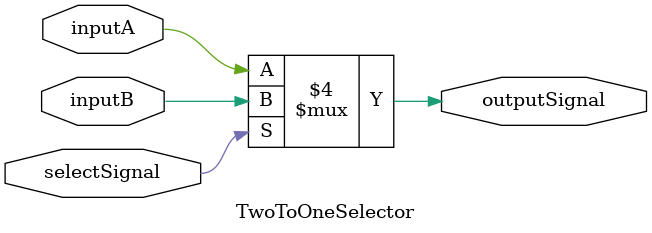
<source format=v>
`timescale 1ns / 1ps


module TwoToOneSelector(
    input inputA,
    input inputB,
    input selectSignal,
    output reg outputSignal
    );
    always @(*)
        begin
            if(selectSignal == 1'b0)
                outputSignal <= inputA;
            else
                outputSignal <= inputB;
        end
endmodule

</source>
